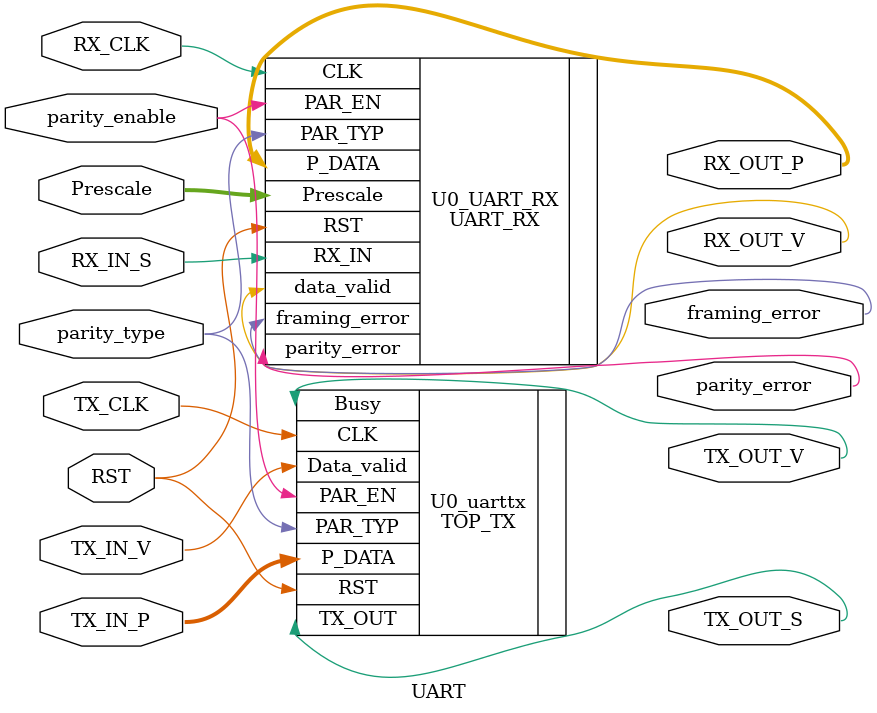
<source format=v>

module UART # ( parameter DATA_WIDTH = 8 , PRESCALE_WIDTH = 5 )

(
 input   wire                          RST,
 input   wire                          TX_CLK,
 input   wire                          RX_CLK,
 input   wire                          RX_IN_S,
 output  wire   [DATA_WIDTH-1:0]       RX_OUT_P, 
 output  wire                          RX_OUT_V,
 input   wire   [DATA_WIDTH-1:0]       TX_IN_P, 
 input   wire                          TX_IN_V, 
 output  wire                          TX_OUT_S,
 output  wire                          TX_OUT_V,  
 input   wire   [PRESCALE_WIDTH-1:0]   Prescale,
 input   wire                          parity_enable,
 input   wire                          parity_type,
 output  wire                          parity_error,
 output  wire                          framing_error
);

TOP_TX U0_uarttx
(
.P_DATA        (TX_IN_P)          ,
.Data_valid    (TX_IN_V)          ,
.CLK           (TX_CLK)           ,
.RST           (RST)              ,
.PAR_EN        (parity_enable)    ,
.PAR_TYP       (parity_type)      ,
.TX_OUT        (TX_OUT_S)         ,
.Busy          (TX_OUT_V)    
);
UART_RX U0_UART_RX
(
  .CLK         (RX_CLK)           ,
  .RST         (RST)              ,
  .RX_IN       (RX_IN_S)          ,
  .Prescale    (Prescale)         ,
  .PAR_EN      (parity_enable)    ,
  .PAR_TYP     (parity_type)      ,
  .P_DATA      (RX_OUT_P)         , 
  .data_valid  (RX_OUT_V)         ,
  .parity_error(parity_error)     ,
  .framing_error(framing_error)  
);

 



endmodule
 

</source>
